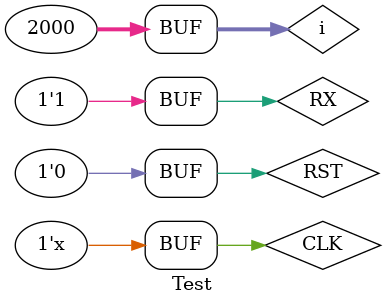
<source format=v>
`timescale 1ns / 1ps


module Test;

	// Inputs
	reg CLK;
	reg RST;
	reg RX;

	// Outputs
	wire TX;
	wire [7:0] DATA_R;
	wire [7:0] DATA;
	wire random;
	integer i;
	// Instantiate the Unit Under Test (UUT)
	UART uut (
		.CLK(CLK), 
		.RST(RST), 
		.RX(RX), 
		.TX(TX), 
		.DATA_R(DATA_R), 
		.random(random),
		.DATA(DATA)
	);

	initial begin
		// Initialize Inputs
		CLK = 0;
		RST = 1;
		RX = 1;

		// Wait 100 ns for global reset to finish
		#100;
		RST =0;
		for(i=0; i<2000; i=i+1)
			begin
				#4000 RX =0 ;
				#4000 RX =1 ;
				#4000 RX =1 ;
				#4000 RX =1 ;
				#4000 RX =1 ;
				#4000 RX =0 ;
				#4000 RX =0 ;
				#4000 RX =0 ;
				#4000 RX =0 ;
				#4000 RX =1 ;
			end
				
		
        
		// Add stimulus here

	end
	
	always
		begin
		#5 CLK =~ CLK;
		end
	
      
endmodule


</source>
